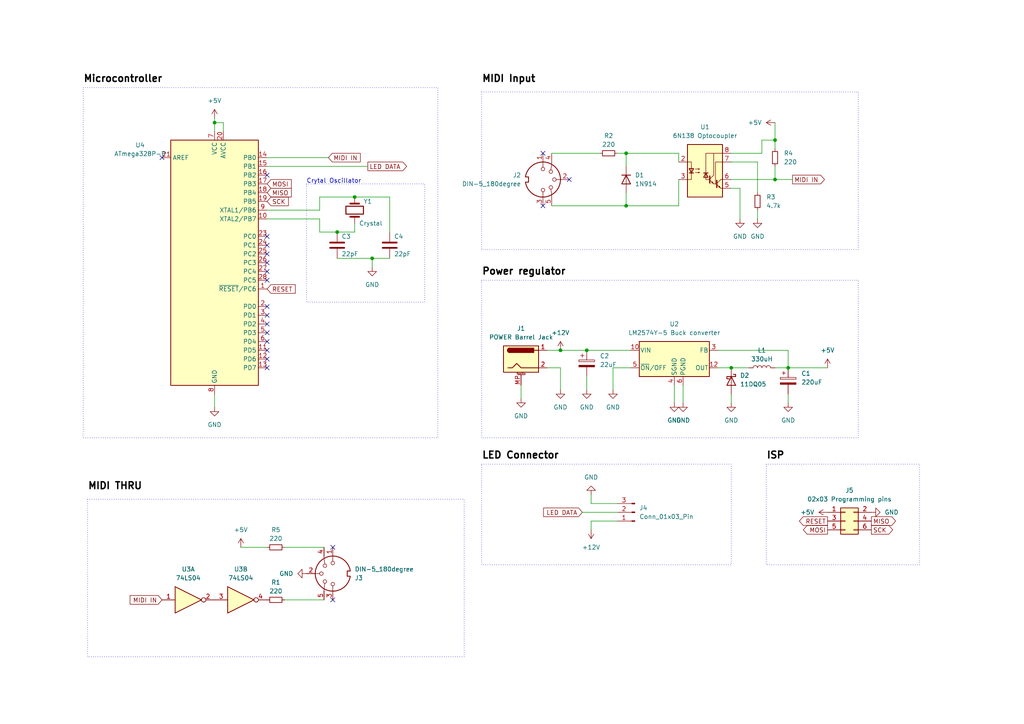
<source format=kicad_sch>
(kicad_sch (version 20230121) (generator eeschema)
  (paper "A4")
  (title_block (title "MIDI Visualiser") (rev "0.1") (comment 2 "Maksim Eremenko") (comment 3 "Vagarth Gaurav") (comment 4 "Authors"))
  (lib_symbols
    (symbol "74xx:74LS04"
      (property "Reference" "U" (at 0 1.27 0))
      (property "Value" "74LS04" (at 0 -1.27 0))
      (symbol "74LS04_1_0"
        (polyline (pts (xy -3.81 3.81) (xy -3.81 -3.81) (xy 3.81 0) (xy -3.81 3.81)) (stroke (width 0.254)) (fill (type background)))
        (pin input line (at -7.62 0 0) (length 3.81) (name "~") (number "1"))
        (pin output inverted (at 7.62 0 180) (length 3.81) (name "~") (number "2"))
      )
      (symbol "74LS04_2_0"
        (polyline (pts (xy -3.81 3.81) (xy -3.81 -3.81) (xy 3.81 0) (xy -3.81 3.81)) (stroke (width 0.254)) (fill (type background)))
        (pin input line (at -7.62 0 0) (length 3.81) (name "~") (number "3"))
        (pin output inverted (at 7.62 0 180) (length 3.81) (name "~") (number "4"))
      )
      (symbol "74LS04_3_0"
        (polyline (pts (xy -3.81 3.81) (xy -3.81 -3.81) (xy 3.81 0) (xy -3.81 3.81)) (stroke (width 0.254)) (fill (type background)))
        (pin input line (at -7.62 0 0) (length 3.81) (name "~") (number "5"))
        (pin output inverted (at 7.62 0 180) (length 3.81) (name "~") (number "6"))
      )
      (symbol "74LS04_4_0"
        (polyline (pts (xy -3.81 3.81) (xy -3.81 -3.81) (xy 3.81 0) (xy -3.81 3.81)) (stroke (width 0.254)) (fill (type background)))
        (pin output inverted (at 7.62 0 180) (length 3.81) (name "~") (number "8"))
        (pin input line (at -7.62 0 0) (length 3.81) (name "~") (number "9"))
      )
      (symbol "74LS04_5_0"
        (polyline (pts (xy -3.81 3.81) (xy -3.81 -3.81) (xy 3.81 0) (xy -3.81 3.81)) (stroke (width 0.254)) (fill (type background)))
        (pin output inverted (at 7.62 0 180) (length 3.81) (name "~") (number "10"))
        (pin input line (at -7.62 0 0) (length 3.81) (name "~") (number "11"))
      )
      (symbol "74LS04_6_0"
        (polyline (pts (xy -3.81 3.81) (xy -3.81 -3.81) (xy 3.81 0) (xy -3.81 3.81)) (stroke (width 0.254)) (fill (type background)))
        (pin output inverted (at 7.62 0 180) (length 3.81) (name "~") (number "12"))
        (pin input line (at -7.62 0 0) (length 3.81) (name "~") (number "13"))
      )
      (symbol "74LS04_7_0"
        (pin power_in line (at 0 12.7 270) (length 5.08) (name "VCC") (number "14"))
        (pin power_in line (at 0 -12.7 90) (length 5.08) (name "GND") (number "7"))
      )
      (symbol "74LS04_7_1"
        (rectangle (start -5.08 7.62) (end 5.08 -7.62) (stroke (width 0.254)) (fill (type background)))
      )
    )
    (symbol "Connector:Barrel_Jack_MountingPin" (pin_names hide)
      (property "Reference" "J" (at 0 5.334 0))
      (property "Value" "Barrel_Jack_MountingPin" (at 1.27 -6.35 0))
      (symbol "Barrel_Jack_MountingPin_0_1"
        (rectangle (start -5.08 3.81) (end 5.08 -3.81) (stroke (width 0.254)) (fill (type background)))
        (arc (start -3.302 3.175) (mid -3.9343 2.54) (end -3.302 1.905) (stroke (width 0.254)))
        (arc (start -3.302 3.175) (mid -3.9343 2.54) (end -3.302 1.905) (stroke (width 0.254)) (fill (type outline)))
        (polyline (pts (xy 5.08 2.54) (xy 3.81 2.54)) (stroke (width 0.254)))
        (polyline (pts (xy -3.81 -2.54) (xy -2.54 -2.54) (xy -1.27 -1.27) (xy 0 -2.54) (xy 2.54 -2.54) (xy 5.08 -2.54)) (stroke (width 0.254)))
        (rectangle (start 3.683 3.175) (end -3.302 1.905) (stroke (width 0.254)) (fill (type outline)))
      )
      (symbol "Barrel_Jack_MountingPin_1_1"
        (polyline (pts (xy -1.016 -4.572) (xy 1.016 -4.572)) (stroke (width 0.1524)))
        (text "Mounting" (at 0 -4.191 0) (effects (font (size 0.381 0.381))))
        (pin passive line (at 7.62 2.54 180) (length 2.54) (name "~") (number "1"))
        (pin passive line (at 7.62 -2.54 180) (length 2.54) (name "~") (number "2"))
        (pin passive line (at 0 -7.62 90) (length 3.048) (name "MountPin") (number "MP"))
      )
    )
    (symbol "Connector:Conn_01x03_Pin" (pin_names (offset 1.016) hide)
      (property "Reference" "J" (at 0 5.08 0))
      (property "Value" "Conn_01x03_Pin" (at 0 -5.08 0))
      (symbol "Conn_01x03_Pin_1_1"
        (polyline (pts (xy 1.27 -2.54) (xy 0.8636 -2.54)) (stroke (width 0.1524)))
        (polyline (pts (xy 1.27 0) (xy 0.8636 0)) (stroke (width 0.1524)))
        (polyline (pts (xy 1.27 2.54) (xy 0.8636 2.54)) (stroke (width 0.1524)))
        (rectangle (start 0.8636 -2.413) (end 0 -2.667) (stroke (width 0.1524)) (fill (type outline)))
        (rectangle (start 0.8636 0.127) (end 0 -0.127) (stroke (width 0.1524)) (fill (type outline)))
        (rectangle (start 0.8636 2.667) (end 0 2.413) (stroke (width 0.1524)) (fill (type outline)))
        (pin passive line (at 5.08 2.54 180) (length 3.81) (name "Pin_1") (number "1"))
        (pin passive line (at 5.08 0 180) (length 3.81) (name "Pin_2") (number "2"))
        (pin passive line (at 5.08 -2.54 180) (length 3.81) (name "Pin_3") (number "3"))
      )
    )
    (symbol "Connector:DIN-5_180degree" (pin_names (offset 1.016))
      (property "Reference" "J" (at 3.175 5.715 0))
      (property "Value" "DIN-5_180degree" (at 0 -6.35 0))
      (symbol "DIN-5_180degree_0_1"
        (arc (start -5.08 0) (mid -3.8609 -3.3364) (end -0.762 -5.08) (stroke (width 0.254)))
        (circle (center -3.048 0) (radius 0.508))
        (circle (center -2.286 2.286) (radius 0.508))
        (polyline (pts (xy -5.08 0) (xy -3.556 0)))
        (polyline (pts (xy 0 5.08) (xy 0 3.81)))
        (polyline (pts (xy 5.08 0) (xy 3.556 0)))
        (polyline (pts (xy -5.08 2.54) (xy -4.318 2.54) (xy -2.794 2.286)))
        (polyline (pts (xy 5.08 2.54) (xy 4.318 2.54) (xy 2.794 2.286)))
        (polyline (pts (xy -0.762 -4.953) (xy -0.762 -4.191) (xy 0.762 -4.191) (xy 0.762 -4.953)) (stroke (width 0.254)))
        (circle (center 0 3.302) (radius 0.508))
        (arc (start 0.762 -5.08) (mid 3.8685 -3.343) (end 5.08 0) (stroke (width 0.254)))
        (circle (center 2.286 2.286) (radius 0.508))
        (circle (center 3.048 0) (radius 0.508))
        (arc (start 5.08 0) (mid 0 5.0579) (end -5.08 0) (stroke (width 0.254)))
      )
      (symbol "DIN-5_180degree_1_1"
        (pin passive line (at -7.62 0 0) (length 2.54) (name "~") (number "1"))
        (pin passive line (at 0 7.62 270) (length 2.54) (name "~") (number "2"))
        (pin passive line (at 7.62 0 180) (length 2.54) (name "~") (number "3"))
        (pin passive line (at -7.62 2.54 0) (length 2.54) (name "~") (number "4"))
        (pin passive line (at 7.62 2.54 180) (length 2.54) (name "~") (number "5"))
      )
    )
    (symbol "Connector_Generic:Conn_02x03_Odd_Even" (pin_names (offset 1.016) hide)
      (property "Reference" "J" (at 1.27 5.08 0))
      (property "Value" "Conn_02x03_Odd_Even" (at 1.27 -5.08 0))
      (symbol "Conn_02x03_Odd_Even_1_1"
        (rectangle (start -1.27 -2.413) (end 0 -2.667) (stroke (width 0.1524)))
        (rectangle (start -1.27 0.127) (end 0 -0.127) (stroke (width 0.1524)))
        (rectangle (start -1.27 2.667) (end 0 2.413) (stroke (width 0.1524)))
        (rectangle (start -1.27 3.81) (end 3.81 -3.81) (stroke (width 0.254)) (fill (type background)))
        (rectangle (start 3.81 -2.413) (end 2.54 -2.667) (stroke (width 0.1524)))
        (rectangle (start 3.81 0.127) (end 2.54 -0.127) (stroke (width 0.1524)))
        (rectangle (start 3.81 2.667) (end 2.54 2.413) (stroke (width 0.1524)))
        (pin passive line (at -5.08 2.54 0) (length 3.81) (name "Pin_1") (number "1"))
        (pin passive line (at 7.62 2.54 180) (length 3.81) (name "Pin_2") (number "2"))
        (pin passive line (at -5.08 0 0) (length 3.81) (name "Pin_3") (number "3"))
        (pin passive line (at 7.62 0 180) (length 3.81) (name "Pin_4") (number "4"))
        (pin passive line (at -5.08 -2.54 0) (length 3.81) (name "Pin_5") (number "5"))
        (pin passive line (at 7.62 -2.54 180) (length 3.81) (name "Pin_6") (number "6"))
      )
    )
    (symbol "Device:C" (pin_numbers hide) (pin_names (offset 0.254))
      (property "Reference" "C" (at 0.635 2.54 0))
      (property "Value" "C" (at 0.635 -2.54 0))
      (symbol "C_0_1"
        (polyline (pts (xy -2.032 -0.762) (xy 2.032 -0.762)) (stroke (width 0.508)))
        (polyline (pts (xy -2.032 0.762) (xy 2.032 0.762)) (stroke (width 0.508)))
      )
      (symbol "C_1_1"
        (pin passive line (at 0 3.81 270) (length 2.794) (name "~") (number "1"))
        (pin passive line (at 0 -3.81 90) (length 2.794) (name "~") (number "2"))
      )
    )
    (symbol "Device:C_Polarized" (pin_numbers hide) (pin_names (offset 0.254))
      (property "Reference" "C" (at 0.635 2.54 0))
      (property "Value" "C_Polarized" (at 0.635 -2.54 0))
      (symbol "C_Polarized_0_1"
        (rectangle (start -2.286 0.508) (end 2.286 1.016))
        (polyline (pts (xy -1.778 2.286) (xy -0.762 2.286)))
        (polyline (pts (xy -1.27 2.794) (xy -1.27 1.778)))
        (rectangle (start 2.286 -0.508) (end -2.286 -1.016) (fill (type outline)))
      )
      (symbol "C_Polarized_1_1"
        (pin passive line (at 0 3.81 270) (length 2.794) (name "~") (number "1"))
        (pin passive line (at 0 -3.81 90) (length 2.794) (name "~") (number "2"))
      )
    )
    (symbol "Device:Crystal" (pin_numbers hide) (pin_names (offset 1.016) hide)
      (property "Reference" "Y" (at 0 3.81 0))
      (property "Value" "Crystal" (at 0 -3.81 0))
      (symbol "Crystal_0_1"
        (rectangle (start -1.143 2.54) (end 1.143 -2.54) (stroke (width 0.3048)))
        (polyline (pts (xy -2.54 0) (xy -1.905 0)))
        (polyline (pts (xy -1.905 -1.27) (xy -1.905 1.27)) (stroke (width 0.508)))
        (polyline (pts (xy 1.905 -1.27) (xy 1.905 1.27)) (stroke (width 0.508)))
        (polyline (pts (xy 2.54 0) (xy 1.905 0)))
      )
      (symbol "Crystal_1_1"
        (pin passive line (at -3.81 0 0) (length 1.27) (name "1") (number "1"))
        (pin passive line (at 3.81 0 180) (length 1.27) (name "2") (number "2"))
      )
    )
    (symbol "Device:D_Schottky" (pin_numbers hide) (pin_names (offset 1.016) hide)
      (property "Reference" "D" (at 0 2.54 0))
      (property "Value" "D_Schottky" (at 0 -2.54 0))
      (symbol "D_Schottky_0_1"
        (polyline (pts (xy 1.27 0) (xy -1.27 0)))
        (polyline (pts (xy 1.27 1.27) (xy 1.27 -1.27) (xy -1.27 0) (xy 1.27 1.27)) (stroke (width 0.254)))
        (polyline (pts (xy -1.905 0.635) (xy -1.905 1.27) (xy -1.27 1.27) (xy -1.27 -1.27) (xy -0.635 -1.27) (xy -0.635 -0.635)) (stroke (width 0.254)))
      )
      (symbol "D_Schottky_1_1"
        (pin passive line (at -3.81 0 0) (length 2.54) (name "K") (number "1"))
        (pin passive line (at 3.81 0 180) (length 2.54) (name "A") (number "2"))
      )
    )
    (symbol "Device:L" (pin_numbers hide) (pin_names (offset 1.016) hide)
      (property "Reference" "L" (at -1.27 0 90))
      (property "Value" "L" (at 1.905 0 90))
      (symbol "L_0_1"
        (arc (start 0 -2.54) (mid 0.6323 -1.905) (end 0 -1.27))
        (arc (start 0 -1.27) (mid 0.6323 -0.635) (end 0 0))
        (arc (start 0 0) (mid 0.6323 0.635) (end 0 1.27))
        (arc (start 0 1.27) (mid 0.6323 1.905) (end 0 2.54))
      )
      (symbol "L_1_1"
        (pin passive line (at 0 3.81 270) (length 1.27) (name "1") (number "1"))
        (pin passive line (at 0 -3.81 90) (length 1.27) (name "2") (number "2"))
      )
    )
    (symbol "Device:R_Small" (pin_numbers hide) (pin_names (offset 0.254) hide)
      (property "Reference" "R" (at 0.762 0.508 0))
      (property "Value" "R_Small" (at 0.762 -1.016 0))
      (symbol "R_Small_0_1"
        (rectangle (start -0.762 1.778) (end 0.762 -1.778) (stroke (width 0.2032)))
      )
      (symbol "R_Small_1_1"
        (pin passive line (at 0 2.54 270) (length 0.762) (name "~") (number "1"))
        (pin passive line (at 0 -2.54 90) (length 0.762) (name "~") (number "2"))
      )
    )
    (symbol "Diode:1N914" (pin_numbers hide) (pin_names hide)
      (property "Reference" "D" (at 0 2.54 0))
      (property "Value" "1N914" (at 0 -2.54 0))
      (symbol "1N914_0_1"
        (polyline (pts (xy -1.27 1.27) (xy -1.27 -1.27)) (stroke (width 0.254)))
        (polyline (pts (xy 1.27 0) (xy -1.27 0)))
        (polyline (pts (xy 1.27 1.27) (xy 1.27 -1.27) (xy -1.27 0) (xy 1.27 1.27)) (stroke (width 0.254)))
      )
      (symbol "1N914_1_1"
        (pin passive line (at -3.81 0 0) (length 2.54) (name "K") (number "1"))
        (pin passive line (at 3.81 0 180) (length 2.54) (name "A") (number "2"))
      )
    )
    (symbol "Isolator:6N138" (pin_names (offset 1.016) hide)
      (property "Reference" "U" (at -4.064 8.89 0))
      (property "Value" "6N138" (at 2.286 8.89 0))
      (symbol "6N138_0_1"
        (rectangle (start -5.08 7.62) (end 5.08 -7.62) (stroke (width 0.254)) (fill (type background)))
        (polyline (pts (xy -4.572 -0.635) (xy -3.302 -0.635)) (stroke (width 0.254)))
        (polyline (pts (xy 0.889 -0.635) (xy -0.381 -0.635)) (stroke (width 0.254)))
        (polyline (pts (xy 1.397 -2.667) (xy 2.54 -3.81)))
        (polyline (pts (xy 1.397 -2.413) (xy 2.54 -1.27)))
        (polyline (pts (xy 2.54 -3.81) (xy 3.175 -3.81)))
        (polyline (pts (xy 3.429 -3.937) (xy 4.572 -5.08)))
        (polyline (pts (xy 3.429 -3.683) (xy 4.572 -2.54)))
        (polyline (pts (xy 4.572 -5.08) (xy 5.08 -5.08)))
        (polyline (pts (xy 4.572 -2.54) (xy 5.08 -2.54)))
        (polyline (pts (xy 1.397 -1.524) (xy 1.397 -3.556) (xy 1.397 -3.556)) (stroke (width 0.3556)))
        (polyline (pts (xy 2.54 -1.27) (xy 2.54 5.08) (xy 5.08 5.08)))
        (polyline (pts (xy 3.429 -2.794) (xy 3.429 -4.826) (xy 3.429 -4.826)) (stroke (width 0.3556)))
        (polyline (pts (xy 5.08 2.54) (xy 3.048 2.54) (xy 3.048 -3.81)))
        (polyline (pts (xy -5.08 -2.54) (xy -3.937 -2.54) (xy -3.937 2.54) (xy -5.08 2.54)))
        (polyline (pts (xy -3.937 -0.635) (xy -4.572 0.635) (xy -3.302 0.635) (xy -3.937 -0.635)) (stroke (width 0.254)))
        (polyline (pts (xy 0.254 -0.635) (xy 0.889 -1.905) (xy -0.381 -1.905) (xy 0.254 -0.635)) (stroke (width 0.254)))
        (polyline (pts (xy 1.27 -2.54) (xy 0.254 -2.54) (xy 0.254 5.08) (xy 2.54 5.08)))
        (polyline (pts (xy 2.413 -3.683) (xy 2.159 -3.175) (xy 1.905 -3.429) (xy 2.413 -3.683)))
        (polyline (pts (xy 4.445 -4.953) (xy 4.191 -4.445) (xy 3.937 -4.699) (xy 4.445 -4.953)))
        (polyline (pts (xy -2.794 -0.508) (xy -1.524 -0.508) (xy -1.905 -0.635) (xy -1.905 -0.381) (xy -1.524 -0.508)))
        (polyline (pts (xy -2.794 0.508) (xy -1.524 0.508) (xy -1.905 0.381) (xy -1.905 0.635) (xy -1.524 0.508)))
      )
      (symbol "6N138_1_1"
        (pin no_connect line (at -5.08 5.08 0) (length 2.54) hide (name "NC") (number "1"))
        (pin passive line (at -7.62 2.54 0) (length 2.54) (name "C1") (number "2"))
        (pin passive line (at -7.62 -2.54 0) (length 2.54) (name "C2") (number "3"))
        (pin no_connect line (at -5.08 -5.08 0) (length 2.54) hide (name "NC") (number "4"))
        (pin passive line (at 7.62 -5.08 180) (length 2.54) (name "GND") (number "5"))
        (pin passive line (at 7.62 -2.54 180) (length 2.54) (name "VO2") (number "6"))
        (pin passive line (at 7.62 2.54 180) (length 2.54) (name "VO1") (number "7"))
        (pin passive line (at 7.62 5.08 180) (length 2.54) (name "VCC") (number "8"))
      )
    )
    (symbol "MCU_Microchip_ATmega:ATmega328P-P"
      (property "Reference" "U" (at -12.7 36.83 0))
      (property "Value" "ATmega328P-P" (at 2.54 -36.83 0))
      (symbol "ATmega328P-P_0_1"
        (rectangle (start -12.7 -35.56) (end 12.7 35.56) (stroke (width 0.254)) (fill (type background)))
      )
      (symbol "ATmega328P-P_1_1"
        (pin bidirectional line (at 15.24 -7.62 180) (length 2.54) (name "~{RESET}/PC6") (number "1"))
        (pin bidirectional line (at 15.24 12.7 180) (length 2.54) (name "XTAL2/PB7") (number "10"))
        (pin bidirectional line (at 15.24 -25.4 180) (length 2.54) (name "PD5") (number "11"))
        (pin bidirectional line (at 15.24 -27.94 180) (length 2.54) (name "PD6") (number "12"))
        (pin bidirectional line (at 15.24 -30.48 180) (length 2.54) (name "PD7") (number "13"))
        (pin bidirectional line (at 15.24 30.48 180) (length 2.54) (name "PB0") (number "14"))
        (pin bidirectional line (at 15.24 27.94 180) (length 2.54) (name "PB1") (number "15"))
        (pin bidirectional line (at 15.24 25.4 180) (length 2.54) (name "PB2") (number "16"))
        (pin bidirectional line (at 15.24 22.86 180) (length 2.54) (name "PB3") (number "17"))
        (pin bidirectional line (at 15.24 20.32 180) (length 2.54) (name "PB4") (number "18"))
        (pin bidirectional line (at 15.24 17.78 180) (length 2.54) (name "PB5") (number "19"))
        (pin bidirectional line (at 15.24 -12.7 180) (length 2.54) (name "PD0") (number "2"))
        (pin power_in line (at 2.54 38.1 270) (length 2.54) (name "AVCC") (number "20"))
        (pin passive line (at -15.24 30.48 0) (length 2.54) (name "AREF") (number "21"))
        (pin passive line (at 0 -38.1 90) (length 2.54) hide (name "GND") (number "22"))
        (pin bidirectional line (at 15.24 7.62 180) (length 2.54) (name "PC0") (number "23"))
        (pin bidirectional line (at 15.24 5.08 180) (length 2.54) (name "PC1") (number "24"))
        (pin bidirectional line (at 15.24 2.54 180) (length 2.54) (name "PC2") (number "25"))
        (pin bidirectional line (at 15.24 0 180) (length 2.54) (name "PC3") (number "26"))
        (pin bidirectional line (at 15.24 -2.54 180) (length 2.54) (name "PC4") (number "27"))
        (pin bidirectional line (at 15.24 -5.08 180) (length 2.54) (name "PC5") (number "28"))
        (pin bidirectional line (at 15.24 -15.24 180) (length 2.54) (name "PD1") (number "3"))
        (pin bidirectional line (at 15.24 -17.78 180) (length 2.54) (name "PD2") (number "4"))
        (pin bidirectional line (at 15.24 -20.32 180) (length 2.54) (name "PD3") (number "5"))
        (pin bidirectional line (at 15.24 -22.86 180) (length 2.54) (name "PD4") (number "6"))
        (pin power_in line (at 0 38.1 270) (length 2.54) (name "VCC") (number "7"))
        (pin power_in line (at 0 -38.1 90) (length 2.54) (name "GND") (number "8"))
        (pin bidirectional line (at 15.24 15.24 180) (length 2.54) (name "XTAL1/PB6") (number "9"))
      )
    )
    (symbol "Regulator_Switching:LM2574M-5" (pin_names (offset 0.254))
      (property "Reference" "U" (at -10.16 6.35 0))
      (property "Value" "LM2574M-5" (at -5.08 6.35 0))
      (symbol "LM2574M-5_0_1"
        (rectangle (start -10.16 5.08) (end 10.16 -5.08) (stroke (width 0.254)) (fill (type background)))
      )
      (symbol "LM2574M-5_1_1"
        (pin power_in line (at -12.7 2.54 0) (length 2.54) (name "VIN") (number "10"))
        (pin output line (at 12.7 -2.54 180) (length 2.54) (name "OUT") (number "12"))
        (pin input line (at 12.7 2.54 180) (length 2.54) (name "FB") (number "3"))
        (pin power_in line (at 0 -7.62 90) (length 2.54) (name "SGND") (number "4"))
        (pin input line (at -12.7 -2.54 0) (length 2.54) (name "~{ON}/OFF") (number "5"))
        (pin power_in line (at 2.54 -7.62 90) (length 2.54) (name "PGND") (number "6"))
      )
    )
    (symbol "power:+12V" (power) (pin_names (offset 0))
      (property "Value" "+12V" (at 0 3.556 0))
      (symbol "+12V_0_1"
        (polyline (pts (xy -0.762 1.27) (xy 0 2.54)))
        (polyline (pts (xy 0 0) (xy 0 2.54)))
        (polyline (pts (xy 0 2.54) (xy 0.762 1.27)))
      )
      (symbol "+12V_1_1"
        (pin power_in line (at 0 0 90) (length 0) hide (name "+12V") (number "1"))
      )
    )
    (symbol "power:+5V" (power) (pin_names (offset 0))
      (property "Value" "+5V" (at 0 3.556 0))
      (symbol "+5V_0_1"
        (polyline (pts (xy -0.762 1.27) (xy 0 2.54)))
        (polyline (pts (xy 0 0) (xy 0 2.54)))
        (polyline (pts (xy 0 2.54) (xy 0.762 1.27)))
      )
      (symbol "+5V_1_1"
        (pin power_in line (at 0 0 90) (length 0) hide (name "+5V") (number "1"))
      )
    )
    (symbol "power:GND" (power) (pin_names (offset 0))
      (property "Value" "GND" (at 0 -3.81 0))
      (symbol "GND_0_1"
        (polyline (pts (xy 0 0) (xy 0 -1.27) (xy 1.27 -1.27) (xy 0 -2.54) (xy -1.27 -1.27) (xy 0 -1.27)))
      )
      (symbol "GND_1_1"
        (pin power_in line (at 0 0 270) (length 0) hide (name "GND") (number "1"))
      )
    )
  )
  (junction (at 212.09 106.68))
  (junction (at 181.61 59.69))
  (junction (at 224.79 40.64))
  (junction (at 170.18 101.6))
  (junction (at 228.6 106.68))
  (junction (at 97.79 67.31))
  (junction (at 102.87 57.15))
  (junction (at 162.56 101.6))
  (junction (at 107.95 74.93))
  (junction (at 62.23 35.56))
  (junction (at 224.79 52.07))
  (junction (at 181.61 44.45))
  (no_connect (at 77.47 78.74))
  (no_connect (at 46.99 45.72))
  (no_connect (at 77.47 68.58))
  (no_connect (at 77.47 104.14))
  (no_connect (at 96.52 173.99))
  (no_connect (at 77.47 81.28))
  (no_connect (at 96.52 158.75))
  (no_connect (at 77.47 93.98))
  (no_connect (at 165.1 52.07))
  (no_connect (at 157.48 44.45))
  (no_connect (at 77.47 96.52))
  (no_connect (at 77.47 99.06))
  (no_connect (at 77.47 91.44))
  (no_connect (at 77.47 76.2))
  (no_connect (at 77.47 106.68))
  (no_connect (at 77.47 88.9))
  (no_connect (at 157.48 59.69))
  (no_connect (at 77.47 101.6))
  (no_connect (at 77.47 71.12))
  (no_connect (at 77.47 73.66))
  (no_connect (at 77.47 50.8))
  (wire (pts (xy 82.55 158.75) (xy 93.98 158.75)))
  (wire (pts (xy 181.61 55.88) (xy 181.61 59.69)))
  (wire (pts (xy 168.91 148.59) (xy 179.07 148.59)))
  (wire (pts (xy 92.71 63.5) (xy 77.47 63.5)))
  (wire (pts (xy 224.79 40.64) (xy 224.79 43.18)))
  (wire (pts (xy 196.85 59.69) (xy 196.85 52.07)))
  (wire (pts (xy 224.79 52.07) (xy 229.87 52.07)))
  (wire (pts (xy 198.12 111.76) (xy 198.12 116.84)))
  (wire (pts (xy 170.18 109.22) (xy 170.18 113.03)))
  (wire (pts (xy 181.61 44.45) (xy 196.85 44.45)))
  (wire (pts (xy 228.6 101.6) (xy 228.6 106.68)))
  (wire (pts (xy 92.71 67.31) (xy 92.71 63.5)))
  (wire (pts (xy 62.23 34.29) (xy 62.23 35.56)))
  (wire (pts (xy 212.09 106.68) (xy 217.17 106.68)))
  (wire (pts (xy 162.56 106.68) (xy 162.56 113.03)))
  (wire (pts (xy 171.45 146.05) (xy 171.45 143.51)))
  (wire (pts (xy 228.6 106.68) (xy 240.03 106.68)))
  (wire (pts (xy 107.95 74.93) (xy 113.03 74.93)))
  (wire (pts (xy 77.47 48.26) (xy 106.68 48.26)))
  (wire (pts (xy 113.03 57.15) (xy 113.03 67.31)))
  (wire (pts (xy 158.75 106.68) (xy 162.56 106.68)))
  (wire (pts (xy 212.09 54.61) (xy 214.63 54.61)))
  (wire (pts (xy 171.45 151.13) (xy 179.07 151.13)))
  (wire (pts (xy 196.85 44.45) (xy 196.85 46.99)))
  (wire (pts (xy 160.02 59.69) (xy 181.61 59.69)))
  (wire (pts (xy 212.09 114.3) (xy 212.09 116.84)))
  (wire (pts (xy 219.71 46.99) (xy 219.71 55.88)))
  (wire (pts (xy 160.02 44.45) (xy 173.99 44.45)))
  (wire (pts (xy 212.09 44.45) (xy 220.98 44.45)))
  (wire (pts (xy 107.95 74.93) (xy 107.95 77.47)))
  (wire (pts (xy 62.23 35.56) (xy 62.23 38.1)))
  (wire (pts (xy 181.61 44.45) (xy 181.61 48.26)))
  (wire (pts (xy 82.55 173.99) (xy 93.98 173.99)))
  (wire (pts (xy 219.71 60.96) (xy 219.71 63.5)))
  (wire (pts (xy 97.79 67.31) (xy 92.71 67.31)))
  (wire (pts (xy 208.28 106.68) (xy 212.09 106.68)))
  (wire (pts (xy 62.23 114.3) (xy 62.23 118.11)))
  (wire (pts (xy 171.45 146.05) (xy 179.07 146.05)))
  (wire (pts (xy 77.47 45.72) (xy 95.25 45.72)))
  (wire (pts (xy 92.71 57.15) (xy 102.87 57.15)))
  (wire (pts (xy 158.75 101.6) (xy 162.56 101.6)))
  (wire (pts (xy 179.07 44.45) (xy 181.61 44.45)))
  (wire (pts (xy 64.77 38.1) (xy 64.77 35.56)))
  (wire (pts (xy 182.88 106.68) (xy 177.8 106.68)))
  (wire (pts (xy 224.79 35.56) (xy 224.79 40.64)))
  (wire (pts (xy 224.79 48.26) (xy 224.79 52.07)))
  (wire (pts (xy 151.13 111.76) (xy 151.13 115.57)))
  (wire (pts (xy 162.56 101.6) (xy 170.18 101.6)))
  (wire (pts (xy 220.98 44.45) (xy 220.98 40.64)))
  (wire (pts (xy 212.09 46.99) (xy 219.71 46.99)))
  (wire (pts (xy 224.79 106.68) (xy 228.6 106.68)))
  (wire (pts (xy 77.47 60.96) (xy 92.71 60.96)))
  (wire (pts (xy 214.63 54.61) (xy 214.63 63.5)))
  (wire (pts (xy 171.45 151.13) (xy 171.45 153.67)))
  (wire (pts (xy 97.79 74.93) (xy 107.95 74.93)))
  (wire (pts (xy 64.77 35.56) (xy 62.23 35.56)))
  (wire (pts (xy 228.6 114.3) (xy 228.6 116.84)))
  (wire (pts (xy 208.28 101.6) (xy 228.6 101.6)))
  (wire (pts (xy 102.87 64.77) (xy 102.87 67.31)))
  (wire (pts (xy 102.87 57.15) (xy 113.03 57.15)))
  (wire (pts (xy 181.61 59.69) (xy 196.85 59.69)))
  (wire (pts (xy 170.18 101.6) (xy 182.88 101.6)))
  (wire (pts (xy 195.58 111.76) (xy 195.58 116.84)))
  (wire (pts (xy 69.85 158.75) (xy 77.47 158.75)))
  (wire (pts (xy 212.09 52.07) (xy 224.79 52.07)))
  (wire (pts (xy 92.71 60.96) (xy 92.71 57.15)))
  (wire (pts (xy 220.98 40.64) (xy 224.79 40.64)))
  (wire (pts (xy 177.8 106.68) (xy 177.8 113.03)))
  (wire (pts (xy 102.87 67.31) (xy 97.79 67.31)))
  (rectangle (start 24.13 25.4) (end 127 127) (stroke (width 0) (type dot)))
  (rectangle (start 88.9 53.34) (end 123.19 87.63) (stroke (width 0) (type dot)))
  (rectangle (start 139.7 26.67) (end 248.92 72.39) (stroke (width 0) (type dot)))
  (rectangle (start 139.7 81.28) (end 248.92 127) (stroke (width 0) (type dot)))
  (rectangle (start 25.4 144.78) (end 134.62 190.5) (stroke (width 0) (type dot)))
  (rectangle (start 139.7 134.62) (end 212.09 163.83) (stroke (width 0) (type dot)))
  (rectangle (start 222.25 134.62) (end 266.7 163.83) (stroke (width 0) (type dot)))
  (text "MIDI THRU" (at 25.4 142.24 0) (effects (font (size 2 2) (thickness 0.4) bold) (justify left bottom)))
  (text "Microcontroller" (at 24.13 24.13 0) (effects (font (size 2 2) (thickness 0.4) bold) (justify left bottom)))
  (text "MIDI Input\n" (at 139.7 24.13 0) (effects (font (size 2 2) (thickness 0.4) bold) (justify left bottom)))
  (text "Crytal Oscillator" (at 88.9 53.34 0) (effects (font (size 1.27 1.27)) (justify left bottom)))
  (text "LED Connector" (at 139.7 133.35 0) (effects (font (size 2 2) (thickness 0.4) bold) (justify left bottom)))
  (text "Power regulator" (at 139.7 80.01 0) (effects (font (size 2 2) (thickness 0.4) bold) (justify left bottom)))
  (text "ISP\n" (at 222.25 133.35 0) (effects (font (size 2 2) (thickness 0.4) bold) (justify left bottom)))
  (global_label "LED DATA" (shape output) (at 106.68 48.26 0) (property "Intersheetrefs" "${INTERSHEET_REFS}" (effects hide)))
  (global_label "RESET" (shape output) (at 240.03 151.13 180) (property "Intersheetrefs" "${INTERSHEET_REFS}" (effects hide)))
  (global_label "MISO" (shape input) (at 77.47 55.88 0) (property "Intersheetrefs" "${INTERSHEET_REFS}" (effects hide)))
  (global_label "SCK" (shape output) (at 252.73 153.67 0) (property "Intersheetrefs" "${INTERSHEET_REFS}" (effects hide)))
  (global_label "MIDI IN" (shape output) (at 229.87 52.07 0) (property "Intersheetrefs" "${INTERSHEET_REFS}" (effects hide)))
  (global_label "LED DATA" (shape input) (at 168.91 148.59 180) (property "Intersheetrefs" "${INTERSHEET_REFS}" (effects hide)))
  (global_label "MOSI" (shape output) (at 240.03 153.67 180) (property "Intersheetrefs" "${INTERSHEET_REFS}" (effects hide)))
  (global_label "MIDI IN" (shape input) (at 95.25 45.72 0) (property "Intersheetrefs" "${INTERSHEET_REFS}" (effects hide)))
  (global_label "MOSI" (shape input) (at 77.47 53.34 0) (property "Intersheetrefs" "${INTERSHEET_REFS}" (effects hide)))
  (global_label "RESET" (shape input) (at 77.47 83.82 0) (property "Intersheetrefs" "${INTERSHEET_REFS}" (effects hide)))
  (global_label "MISO" (shape output) (at 252.73 151.13 0) (property "Intersheetrefs" "${INTERSHEET_REFS}" (effects hide)))
  (global_label "SCK" (shape input) (at 77.47 58.42 0) (property "Intersheetrefs" "${INTERSHEET_REFS}" (effects hide)))
  (global_label "MIDI IN" (shape input) (at 46.99 173.99 180) (property "Intersheetrefs" "${INTERSHEET_REFS}" (effects hide)))
  (symbol (lib_id "power:GND") (at 171.45 143.51 180) (unit 1)
    (property "Reference" "#PWR019" (effects hide))
    (property "Value" "GND" (at 171.45 138.43 0))
  )
  (symbol (lib_id "power:GND") (at 177.8 113.03 0) (unit 1)
    (property "Reference" "#PWR04" (effects hide))
    (property "Value" "GND" (at 177.8 118.11 0))
  )
  (symbol (lib_id "power:+12V") (at 171.45 153.67 180) (unit 1)
    (property "Reference" "#PWR07" (effects hide))
    (property "Value" "+12V" (at 171.45 158.75 0))
  )
  (symbol (lib_id "power:GND") (at 195.58 116.84 0) (unit 1)
    (property "Reference" "#PWR05" (effects hide))
    (property "Value" "GND" (at 195.58 121.92 0))
  )
  (symbol (lib_id "Device:L") (at 220.98 106.68 90) (unit 1)
    (property "Reference" "L1" (at 220.98 101.6 90))
    (property "Value" "330uH" (at 220.98 104.14 90))
  )
  (symbol (lib_id "Regulator_Switching:LM2574M-5") (at 195.58 104.14 0) (unit 1)
    (property "Reference" "U2" (at 195.58 93.98 0))
    (property "Value" "LM2574Y-5 Buck converter" (at 195.58 96.52 0))
    (property "Footprint" "Package_SO:SOIC-14W_7.5x9mm_P1.27mm" (effects hide))
    (property "Datasheet" "http://www.national.com/ds/LM/LM2574.pdf" (effects hide))
  )
  (symbol (lib_id "Device:C_Polarized") (at 170.18 105.41 0) (unit 1)
    (property "Reference" "C2" (at 173.99 103.251 0) (effects (justify left)))
    (property "Value" "22uF" (at 173.99 105.791 0) (effects (justify left)))
  )
  (symbol (lib_id "power:GND") (at 212.09 116.84 0) (unit 1)
    (property "Reference" "#PWR013" (effects hide))
    (property "Value" "GND" (at 212.09 121.92 0))
  )
  (symbol (lib_id "power:+12V") (at 162.56 101.6 0) (unit 1)
    (property "Reference" "#PWR010" (effects hide))
    (property "Value" "+12V" (at 162.56 96.52 0))
  )
  (symbol (lib_id "Device:R_Small") (at 224.79 45.72 0) (unit 1)
    (property "Reference" "R4" (at 227.33 44.45 0) (effects (justify left)))
    (property "Value" "220" (at 227.33 46.99 0) (effects (justify left)))
  )
  (symbol (lib_id "Connector:Conn_01x03_Pin") (at 184.15 148.59 180) (unit 1)
    (property "Reference" "J4" (at 185.42 147.32 0) (effects (justify right)))
    (property "Value" "Conn_01x03_Pin" (at 185.42 149.86 0) (effects (justify right)))
  )
  (symbol (lib_id "Diode:1N914") (at 181.61 52.07 270) (unit 1)
    (property "Reference" "D1" (at 184.15 50.8 90) (effects (justify left)))
    (property "Value" "1N914" (at 184.15 53.34 90) (effects (justify left)))
    (property "Footprint" "Diode_THT:D_DO-35_SOD27_P7.62mm_Horizontal" (effects hide))
    (property "Datasheet" "http://www.vishay.com/docs/85622/1n914.pdf" (effects hide))
    (property "Sim.Device" "D" (effects hide))
    (property "Sim.Pins" "1=K 2=A" (effects hide))
  )
  (symbol (lib_id "Isolator:6N138") (at 204.47 49.53 0) (unit 1)
    (property "Reference" "U1" (at 204.47 36.83 0))
    (property "Value" "6N138 Optocoupler" (at 204.47 39.37 0))
    (property "Datasheet" "http://www.onsemi.com/pub/Collateral/HCPL2731-D.pdf" (effects hide))
  )
  (symbol (lib_id "Connector:DIN-5_180degree") (at 157.48 52.07 270) (unit 1)
    (property "Reference" "J2" (at 151.13 50.8001 90) (effects (justify right)))
    (property "Value" "DIN-5_180degree" (at 151.13 53.3401 90) (effects (justify right)))
    (property "Datasheet" "http://www.mouser.com/ds/2/18/40_c091_abd_e-75918.pdf" (effects hide))
  )
  (symbol (lib_id "Device:R_Small") (at 80.01 173.99 270) (unit 1)
    (property "Reference" "R1" (at 80.01 168.91 90))
    (property "Value" "220" (at 80.01 171.45 90))
  )
  (symbol (lib_id "Device:R_Small") (at 80.01 158.75 270) (unit 1)
    (property "Reference" "R5" (at 80.01 153.67 90))
    (property "Value" "220" (at 80.01 156.21 90))
  )
  (symbol (lib_id "Connector_Generic:Conn_02x03_Odd_Even") (at 245.11 151.13 0) (unit 1)
    (property "Reference" "J5" (at 246.38 142.24 0))
    (property "Value" "02x03 Programming pins" (at 246.38 144.78 0))
  )
  (symbol (lib_id "power:+5V") (at 240.03 106.68 0) (unit 1)
    (property "Reference" "#PWR011" (effects hide))
    (property "Value" "+5V" (at 240.03 101.6 0))
  )
  (symbol (lib_id "power:+5V") (at 69.85 158.75 0) (unit 1)
    (property "Reference" "#PWR014" (effects hide))
    (property "Value" "+5V" (at 69.85 153.67 0))
  )
  (symbol (lib_id "Device:R_Small") (at 219.71 58.42 0) (unit 1)
    (property "Reference" "R3" (at 222.25 57.15 0) (effects (justify left)))
    (property "Value" "4.7k" (at 222.25 59.69 0) (effects (justify left)))
  )
  (symbol (lib_id "Device:C_Polarized") (at 228.6 110.49 0) (unit 1)
    (property "Reference" "C1" (at 232.41 108.331 0) (effects (justify left)))
    (property "Value" "220uF" (at 232.41 110.871 0) (effects (justify left)))
  )
  (symbol (lib_id "power:GND") (at 198.12 116.84 0) (unit 1)
    (property "Reference" "#PWR06" (effects hide))
    (property "Value" "GND" (at 198.12 121.92 0))
  )
  (symbol (lib_id "74xx:74LS04") (at 69.85 173.99 0) (unit 2)
    (property "Reference" "U3" (at 69.85 165.1 0))
    (property "Value" "74LS04" (at 69.85 167.64 0))
    (property "Datasheet" "http://www.ti.com/lit/gpn/sn74LS04" (effects hide))
  )
  (symbol (lib_id "power:GND") (at 62.23 118.11 0) (unit 1)
    (property "Reference" "#PWR017" (effects hide))
    (property "Value" "GND" (at 62.23 123.19 0))
  )
  (symbol (lib_id "Connector:Barrel_Jack_MountingPin") (at 151.13 104.14 0) (unit 1)
    (property "Reference" "J1" (at 151.13 95.25 0))
    (property "Value" "POWER Barrel Jack" (at 151.13 97.79 0))
  )
  (symbol (lib_id "Device:Crystal") (at 102.87 60.96 270) (unit 1)
    (property "Reference" "Y1" (at 105.41 58.42 90) (effects (justify left)))
    (property "Value" "Crystal" (at 104.14 64.77 90) (effects (justify left)))
  )
  (symbol (lib_id "power:GND") (at 88.9 166.37 270) (unit 1)
    (property "Reference" "#PWR015" (effects hide))
    (property "Value" "GND" (at 85.09 166.37 90) (effects (justify right)))
  )
  (symbol (lib_id "power:+5V") (at 224.79 35.56 90) (unit 1)
    (property "Reference" "#PWR03" (effects hide))
    (property "Value" "+5V" (at 220.98 35.56 90) (effects (justify left)))
  )
  (symbol (lib_id "power:GND") (at 214.63 63.5 0) (unit 1)
    (property "Reference" "#PWR01" (effects hide))
    (property "Value" "GND" (at 214.63 68.58 0))
  )
  (symbol (lib_id "power:+5V") (at 240.03 148.59 90) (unit 1)
    (property "Reference" "#PWR022" (effects hide))
    (property "Value" "+5V" (at 236.22 148.59 90) (effects (justify left)))
  )
  (symbol (lib_id "power:GND") (at 107.95 77.47 0) (unit 1)
    (property "Reference" "#PWR016" (effects hide))
    (property "Value" "GND" (at 107.95 82.55 0))
  )
  (symbol (lib_id "power:GND") (at 219.71 63.5 0) (unit 1)
    (property "Reference" "#PWR02" (effects hide))
    (property "Value" "GND" (at 219.71 68.58 0))
  )
  (symbol (lib_id "Device:C") (at 97.79 71.12 0) (unit 1)
    (property "Reference" "C3" (at 99.06 68.58 0) (effects (justify left)))
    (property "Value" "22pF" (at 99.06 73.66 0) (effects (justify left)))
  )
  (symbol (lib_id "MCU_Microchip_ATmega:ATmega328P-P") (at 62.23 76.2 0) (unit 1)
    (property "Reference" "U4" (at 40.64 42.0721 0))
    (property "Value" "ATmega328P-P" (at 40.64 44.6121 0))
    (property "Footprint" "Package_DIP:DIP-28_W7.62mm" (effects hide))
    (property "Datasheet" "http://ww1.microchip.com/downloads/en/DeviceDoc/ATmega328_P%20AVR%20MCU%20with%20picoPower%20Technology%20Data%20Sheet%2040001984A.pdf" (effects hide))
  )
  (symbol (lib_id "74xx:74LS04") (at 54.61 173.99 0) (unit 1)
    (property "Reference" "U3" (at 54.61 165.1 0))
    (property "Value" "74LS04" (at 54.61 167.64 0))
    (property "Datasheet" "http://www.ti.com/lit/gpn/sn74LS04" (effects hide))
  )
  (symbol (lib_id "power:GND") (at 162.56 113.03 0) (unit 1)
    (property "Reference" "#PWR08" (effects hide))
    (property "Value" "GND" (at 162.56 118.11 0))
  )
  (symbol (lib_id "power:GND") (at 252.73 148.59 90) (unit 1)
    (property "Reference" "#PWR021" (effects hide))
    (property "Value" "GND" (at 256.54 148.59 90) (effects (justify right)))
  )
  (symbol (lib_id "power:GND") (at 228.6 116.84 0) (unit 1)
    (property "Reference" "#PWR012" (effects hide))
    (property "Value" "GND" (at 228.6 121.92 0))
  )
  (symbol (lib_id "Connector:DIN-5_180degree") (at 96.52 166.37 90) (mirror x) (unit 1)
    (property "Reference" "J3" (at 102.87 167.6401 90) (effects (justify right)))
    (property "Value" "DIN-5_180degree" (at 102.87 165.1001 90) (effects (justify right)))
    (property "Datasheet" "http://www.mouser.com/ds/2/18/40_c091_abd_e-75918.pdf" (effects hide))
  )
  (symbol (lib_id "power:+5V") (at 62.23 34.29 0) (unit 1)
    (property "Reference" "#PWR018" (effects hide))
    (property "Value" "+5V" (at 62.23 29.21 0))
  )
  (symbol (lib_id "power:GND") (at 170.18 113.03 0) (unit 1)
    (property "Reference" "#PWR09" (effects hide))
    (property "Value" "GND" (at 170.18 118.11 0))
  )
  (symbol (lib_id "Device:R_Small") (at 176.53 44.45 270) (unit 1)
    (property "Reference" "R2" (at 176.53 39.37 90))
    (property "Value" "220" (at 176.53 41.91 90))
  )
  (symbol (lib_id "power:GND") (at 151.13 115.57 0) (unit 1)
    (property "Reference" "#PWR020" (effects hide))
    (property "Value" "GND" (at 151.13 120.65 0))
  )
  (symbol (lib_id "Device:C") (at 113.03 71.12 180) (unit 1)
    (property "Reference" "C4" (at 114.3 68.58 0) (effects (justify right)))
    (property "Value" "22pF" (at 114.3 73.66 0) (effects (justify right)))
  )
  (symbol (lib_id "Device:D_Schottky") (at 212.09 110.49 270) (unit 1)
    (property "Reference" "D2" (at 214.63 108.9025 90) (effects (justify left)))
    (property "Value" "11DQ05" (at 214.63 111.4425 90) (effects (justify left)))
  )
)
</source>
